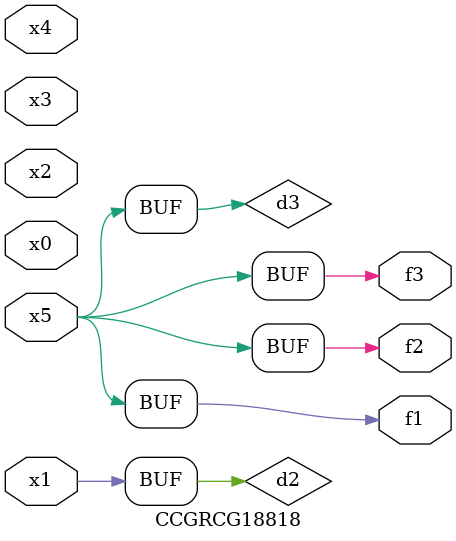
<source format=v>
module CCGRCG18818(
	input x0, x1, x2, x3, x4, x5,
	output f1, f2, f3
);

	wire d1, d2, d3;

	not (d1, x5);
	or (d2, x1);
	xnor (d3, d1);
	assign f1 = d3;
	assign f2 = d3;
	assign f3 = d3;
endmodule

</source>
